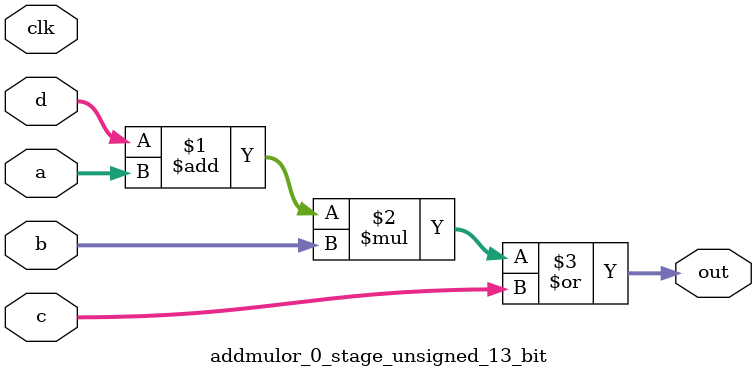
<source format=sv>
(* use_dsp = "yes" *) module addmulor_0_stage_unsigned_13_bit(
	input  [12:0] a,
	input  [12:0] b,
	input  [12:0] c,
	input  [12:0] d,
	output [12:0] out,
	input clk);

	assign out = ((d + a) * b) | c;
endmodule

</source>
